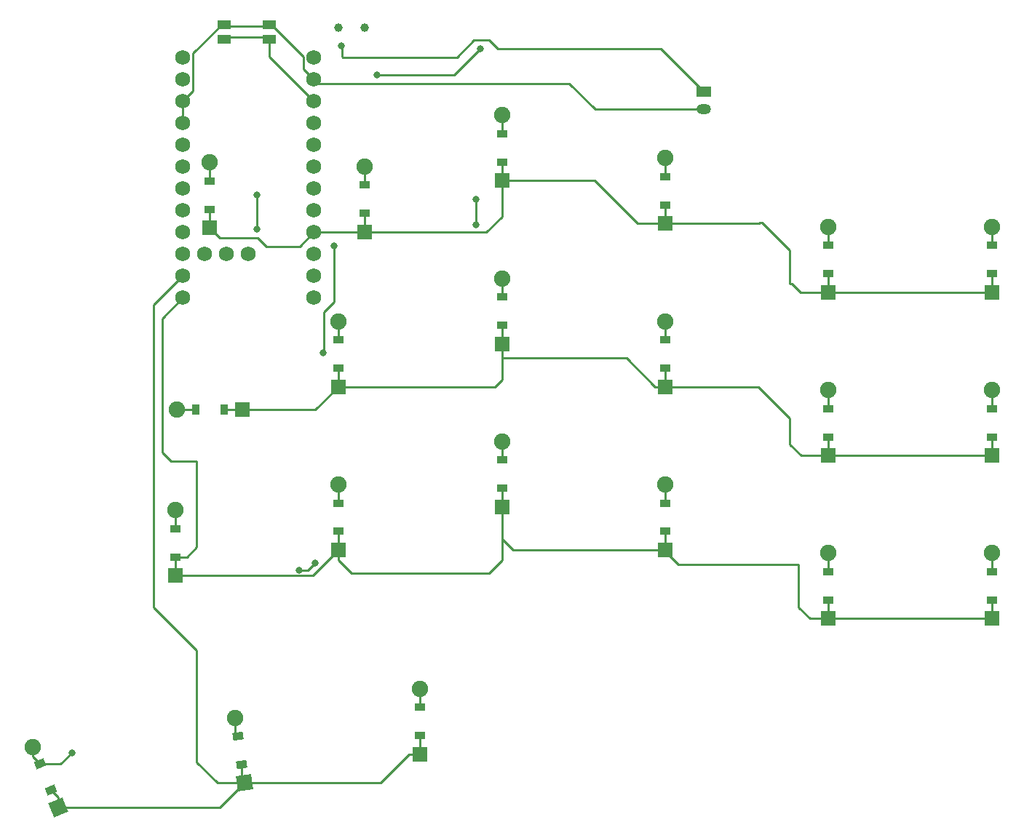
<source format=gbr>
%TF.GenerationSoftware,KiCad,Pcbnew,8.0.6*%
%TF.CreationDate,2024-12-23T22:30:19+01:00*%
%TF.ProjectId,right,72696768-742e-46b6-9963-61645f706362,v1.0.0*%
%TF.SameCoordinates,Original*%
%TF.FileFunction,Copper,L1,Top*%
%TF.FilePolarity,Positive*%
%FSLAX46Y46*%
G04 Gerber Fmt 4.6, Leading zero omitted, Abs format (unit mm)*
G04 Created by KiCad (PCBNEW 8.0.6) date 2024-12-23 22:30:19*
%MOMM*%
%LPD*%
G01*
G04 APERTURE LIST*
G04 Aperture macros list*
%AMRotRect*
0 Rectangle, with rotation*
0 The origin of the aperture is its center*
0 $1 length*
0 $2 width*
0 $3 Rotation angle, in degrees counterclockwise*
0 Add horizontal line*
21,1,$1,$2,0,0,$3*%
G04 Aperture macros list end*
%TA.AperFunction,ComponentPad*%
%ADD10C,1.752600*%
%TD*%
%TA.AperFunction,SMDPad,CuDef*%
%ADD11R,1.200000X0.900000*%
%TD*%
%TA.AperFunction,ComponentPad*%
%ADD12R,1.778000X1.778000*%
%TD*%
%TA.AperFunction,ComponentPad*%
%ADD13C,1.905000*%
%TD*%
%TA.AperFunction,SMDPad,CuDef*%
%ADD14RotRect,0.900000X1.200000X98.000000*%
%TD*%
%TA.AperFunction,ComponentPad*%
%ADD15RotRect,1.778000X1.778000X98.000000*%
%TD*%
%TA.AperFunction,SMDPad,CuDef*%
%ADD16RotRect,0.900000X1.200000X113.000000*%
%TD*%
%TA.AperFunction,ComponentPad*%
%ADD17RotRect,1.778000X1.778000X113.000000*%
%TD*%
%TA.AperFunction,SMDPad,CuDef*%
%ADD18R,0.900000X1.200000*%
%TD*%
%TA.AperFunction,ComponentPad*%
%ADD19R,1.700000X1.200000*%
%TD*%
%TA.AperFunction,ComponentPad*%
%ADD20O,1.700000X1.200000*%
%TD*%
%TA.AperFunction,SMDPad,CuDef*%
%ADD21R,1.550000X1.000000*%
%TD*%
%TA.AperFunction,WasherPad*%
%ADD22C,1.000000*%
%TD*%
%TA.AperFunction,ViaPad*%
%ADD23C,0.800000*%
%TD*%
%TA.AperFunction,Conductor*%
%ADD24C,0.250000*%
%TD*%
G04 APERTURE END LIST*
D10*
%TO.P,MCU1,1*%
%TO.N,P006*%
X195380000Y-103030000D03*
%TO.P,MCU1,2*%
%TO.N,P008*%
X195380000Y-105570000D03*
%TO.P,MCU1,3*%
%TO.N,GND*%
X195380000Y-108110000D03*
%TO.P,MCU1,4*%
X195380000Y-110650000D03*
%TO.P,MCU1,5*%
%TO.N,P017*%
X195380000Y-113190000D03*
%TO.P,MCU1,6*%
%TO.N,P020*%
X195380000Y-115730000D03*
%TO.P,MCU1,7*%
%TO.N,P022*%
X195380000Y-118270000D03*
%TO.P,MCU1,8*%
%TO.N,P024*%
X195380000Y-120810000D03*
%TO.P,MCU1,9*%
%TO.N,P100*%
X195380000Y-123350000D03*
%TO.P,MCU1,10*%
%TO.N,P011*%
X195380000Y-125890000D03*
%TO.P,MCU1,11*%
%TO.N,P104*%
X195380000Y-128430000D03*
%TO.P,MCU1,12*%
%TO.N,P106*%
X195380000Y-130970000D03*
%TO.P,MCU1,13*%
%TO.N,P009*%
X210620000Y-130970000D03*
%TO.P,MCU1,14*%
%TO.N,P010*%
X210620000Y-128430000D03*
%TO.P,MCU1,15*%
%TO.N,P111*%
X210620000Y-125890000D03*
%TO.P,MCU1,16*%
%TO.N,P113*%
X210620000Y-123350000D03*
%TO.P,MCU1,17*%
%TO.N,P115*%
X210620000Y-120810000D03*
%TO.P,MCU1,18*%
%TO.N,P002*%
X210620000Y-118270000D03*
%TO.P,MCU1,19*%
%TO.N,P029*%
X210620000Y-115730000D03*
%TO.P,MCU1,20*%
%TO.N,P031*%
X210620000Y-113190000D03*
%TO.P,MCU1,21*%
%TO.N,VCC*%
X210620000Y-110650000D03*
%TO.P,MCU1,22*%
%TO.N,RST*%
X210620000Y-108110000D03*
%TO.P,MCU1,23*%
%TO.N,GND*%
X210620000Y-105570000D03*
%TO.P,MCU1,24*%
%TO.N,RAW*%
X210620000Y-103030000D03*
%TO.P,MCU1,31*%
%TO.N,P101*%
X197920000Y-125890000D03*
%TO.P,MCU1,32*%
%TO.N,P102*%
X200460000Y-125890000D03*
%TO.P,MCU1,33*%
%TO.N,P107*%
X203000000Y-125890000D03*
%TD*%
D11*
%TO.P,D1,1*%
%TO.N,P106*%
X289500000Y-166150000D03*
%TO.P,D1,2*%
%TO.N,mirror_ColA_Row1*%
X289500000Y-162850000D03*
D12*
%TO.P,D1,1*%
%TO.N,P106*%
X289500000Y-168310000D03*
D13*
%TO.P,D1,2*%
%TO.N,mirror_ColA_Row1*%
X289500000Y-160690000D03*
%TD*%
D11*
%TO.P,D2,1*%
%TO.N,P111*%
X289500000Y-147150000D03*
%TO.P,D2,2*%
%TO.N,mirror_ColA_Row2*%
X289500000Y-143850000D03*
D12*
%TO.P,D2,1*%
%TO.N,P111*%
X289500000Y-149310000D03*
D13*
%TO.P,D2,2*%
%TO.N,mirror_ColA_Row2*%
X289500000Y-141690000D03*
%TD*%
D11*
%TO.P,D3,1*%
%TO.N,P113*%
X289500000Y-128150000D03*
%TO.P,D3,2*%
%TO.N,mirror_ColA_Row3*%
X289500000Y-124850000D03*
D12*
%TO.P,D3,1*%
%TO.N,P113*%
X289500000Y-130310000D03*
D13*
%TO.P,D3,2*%
%TO.N,mirror_ColA_Row3*%
X289500000Y-122690000D03*
%TD*%
D11*
%TO.P,D4,1*%
%TO.N,P106*%
X270500000Y-166150000D03*
%TO.P,D4,2*%
%TO.N,mirror_ColB_Row1*%
X270500000Y-162850000D03*
D12*
%TO.P,D4,1*%
%TO.N,P106*%
X270500000Y-168310000D03*
D13*
%TO.P,D4,2*%
%TO.N,mirror_ColB_Row1*%
X270500000Y-160690000D03*
%TD*%
D11*
%TO.P,D5,1*%
%TO.N,P111*%
X270500000Y-147150000D03*
%TO.P,D5,2*%
%TO.N,mirror_ColB_Row2*%
X270500000Y-143850000D03*
D12*
%TO.P,D5,1*%
%TO.N,P111*%
X270500000Y-149310000D03*
D13*
%TO.P,D5,2*%
%TO.N,mirror_ColB_Row2*%
X270500000Y-141690000D03*
%TD*%
D11*
%TO.P,D6,1*%
%TO.N,P113*%
X270500000Y-128150000D03*
%TO.P,D6,2*%
%TO.N,mirror_ColB_Row3*%
X270500000Y-124850000D03*
D12*
%TO.P,D6,1*%
%TO.N,P113*%
X270500000Y-130310000D03*
D13*
%TO.P,D6,2*%
%TO.N,mirror_ColB_Row3*%
X270500000Y-122690000D03*
%TD*%
D11*
%TO.P,D7,1*%
%TO.N,P106*%
X251500000Y-158150000D03*
%TO.P,D7,2*%
%TO.N,mirror_ColC_Row1*%
X251500000Y-154850000D03*
D12*
%TO.P,D7,1*%
%TO.N,P106*%
X251500000Y-160310000D03*
D13*
%TO.P,D7,2*%
%TO.N,mirror_ColC_Row1*%
X251500000Y-152690000D03*
%TD*%
D11*
%TO.P,D8,1*%
%TO.N,P111*%
X251500000Y-139150000D03*
%TO.P,D8,2*%
%TO.N,mirror_ColC_Row2*%
X251500000Y-135850000D03*
D12*
%TO.P,D8,1*%
%TO.N,P111*%
X251500000Y-141310000D03*
D13*
%TO.P,D8,2*%
%TO.N,mirror_ColC_Row2*%
X251500000Y-133690000D03*
%TD*%
D11*
%TO.P,D9,1*%
%TO.N,P113*%
X251500000Y-120150000D03*
%TO.P,D9,2*%
%TO.N,mirror_ColC_Row3*%
X251500000Y-116850000D03*
D12*
%TO.P,D9,1*%
%TO.N,P113*%
X251500000Y-122310000D03*
D13*
%TO.P,D9,2*%
%TO.N,mirror_ColC_Row3*%
X251500000Y-114690000D03*
%TD*%
D11*
%TO.P,D10,1*%
%TO.N,P106*%
X232500000Y-153150000D03*
%TO.P,D10,2*%
%TO.N,mirror_ColD_Row1*%
X232500000Y-149850000D03*
D12*
%TO.P,D10,1*%
%TO.N,P106*%
X232500000Y-155310000D03*
D13*
%TO.P,D10,2*%
%TO.N,mirror_ColD_Row1*%
X232500000Y-147690000D03*
%TD*%
D11*
%TO.P,D11,1*%
%TO.N,P111*%
X232500000Y-134150000D03*
%TO.P,D11,2*%
%TO.N,mirror_ColD_Row2*%
X232500000Y-130850000D03*
D12*
%TO.P,D11,1*%
%TO.N,P111*%
X232500000Y-136310000D03*
D13*
%TO.P,D11,2*%
%TO.N,mirror_ColD_Row2*%
X232500000Y-128690000D03*
%TD*%
D11*
%TO.P,D12,1*%
%TO.N,P113*%
X232500000Y-115150000D03*
%TO.P,D12,2*%
%TO.N,mirror_ColD_Row3*%
X232500000Y-111850000D03*
D12*
%TO.P,D12,1*%
%TO.N,P113*%
X232500000Y-117310000D03*
D13*
%TO.P,D12,2*%
%TO.N,mirror_ColD_Row3*%
X232500000Y-109690000D03*
%TD*%
D11*
%TO.P,D13,1*%
%TO.N,P106*%
X213500000Y-158150000D03*
%TO.P,D13,2*%
%TO.N,mirror_ColE_Row1*%
X213500000Y-154850000D03*
D12*
%TO.P,D13,1*%
%TO.N,P106*%
X213500000Y-160310000D03*
D13*
%TO.P,D13,2*%
%TO.N,mirror_ColE_Row1*%
X213500000Y-152690000D03*
%TD*%
D11*
%TO.P,D14,1*%
%TO.N,P106*%
X194500000Y-161150000D03*
%TO.P,D14,2*%
%TO.N,mirror_ColF_Row1*%
X194500000Y-157850000D03*
D12*
%TO.P,D14,1*%
%TO.N,P106*%
X194500000Y-163310000D03*
D13*
%TO.P,D14,2*%
%TO.N,mirror_ColF_Row1*%
X194500000Y-155690000D03*
%TD*%
D11*
%TO.P,D15,1*%
%TO.N,P104*%
X223000000Y-181900000D03*
%TO.P,D15,2*%
%TO.N,mirror_ColD_Row0*%
X223000000Y-178600000D03*
D12*
%TO.P,D15,1*%
%TO.N,P104*%
X223000000Y-184060000D03*
D13*
%TO.P,D15,2*%
%TO.N,mirror_ColD_Row0*%
X223000000Y-176440000D03*
%TD*%
D14*
%TO.P,D16,1*%
%TO.N,P104*%
X202236446Y-185282002D03*
%TO.P,D16,2*%
%TO.N,mirror_ColE_Row0*%
X201777174Y-182014118D03*
D15*
%TO.P,D16,1*%
%TO.N,P104*%
X202537060Y-187420981D03*
D13*
%TO.P,D16,2*%
%TO.N,mirror_ColE_Row0*%
X201476560Y-179875139D03*
%TD*%
D16*
%TO.P,D17,1*%
%TO.N,P104*%
X180038615Y-188270717D03*
%TO.P,D17,2*%
%TO.N,mirror_ColF_Row0*%
X178749203Y-185233051D03*
D17*
%TO.P,D17,1*%
%TO.N,P104*%
X180882595Y-190259007D03*
D13*
%TO.P,D17,2*%
%TO.N,mirror_ColF_Row0*%
X177905223Y-183244761D03*
%TD*%
D18*
%TO.P,D18,1*%
%TO.N,P111*%
X200150000Y-144000000D03*
%TO.P,D18,2*%
%TO.N,mirror_ColF_Row2*%
X196850000Y-144000000D03*
D12*
%TO.P,D18,1*%
%TO.N,P111*%
X202310000Y-144000000D03*
D13*
%TO.P,D18,2*%
%TO.N,mirror_ColF_Row2*%
X194690000Y-144000000D03*
%TD*%
D11*
%TO.P,D19,1*%
%TO.N,P113*%
X198500000Y-120650000D03*
%TO.P,D19,2*%
%TO.N,mirror_ColF_Row3*%
X198500000Y-117350000D03*
D12*
%TO.P,D19,1*%
%TO.N,P113*%
X198500000Y-122810000D03*
D13*
%TO.P,D19,2*%
%TO.N,mirror_ColF_Row3*%
X198500000Y-115190000D03*
%TD*%
D11*
%TO.P,D20,1*%
%TO.N,P113*%
X216500000Y-121150000D03*
%TO.P,D20,2*%
%TO.N,mirror_ColE_Row3*%
X216500000Y-117850000D03*
D12*
%TO.P,D20,1*%
%TO.N,P113*%
X216500000Y-123310000D03*
D13*
%TO.P,D20,2*%
%TO.N,mirror_ColE_Row3*%
X216500000Y-115690000D03*
%TD*%
D11*
%TO.P,D21,1*%
%TO.N,P111*%
X213500000Y-139150000D03*
%TO.P,D21,2*%
%TO.N,mirror_ColE_Row2*%
X213500000Y-135850000D03*
D12*
%TO.P,D21,1*%
%TO.N,P111*%
X213500000Y-141310000D03*
D13*
%TO.P,D21,2*%
%TO.N,mirror_ColE_Row2*%
X213500000Y-133690000D03*
%TD*%
D19*
%TO.P,JST1,1*%
%TO.N,pos*%
X256000000Y-107000000D03*
D20*
%TO.P,JST1,2*%
%TO.N,GND*%
X256000000Y-109000000D03*
%TD*%
D21*
%TO.P,B1,1*%
%TO.N,GND*%
X200175000Y-99150000D03*
X205425000Y-99150000D03*
%TO.P,B1,2*%
%TO.N,RST*%
X200175000Y-100850000D03*
X205425000Y-100850000D03*
%TD*%
D22*
%TO.P,T1,*%
%TO.N,*%
X216500000Y-99500000D03*
X213500000Y-99500000D03*
%TD*%
D23*
%TO.N,pos*%
X213800000Y-101600000D03*
%TO.N,mirror_ColF_Row0*%
X182500000Y-183900000D03*
%TO.N,P106*%
X210800000Y-161800000D03*
X208900000Y-162700000D03*
%TO.N,P111*%
X211700000Y-137400000D03*
X213000000Y-124900000D03*
%TO.N,P010*%
X229500000Y-122500000D03*
X229500000Y-119500000D03*
%TO.N,P009*%
X204000000Y-119000000D03*
X204000000Y-123000000D03*
%TO.N,P031*%
X218000000Y-105000000D03*
X229987347Y-101987347D03*
%TD*%
D24*
%TO.N,GND*%
X195380000Y-108110000D02*
X195380000Y-110650000D01*
%TO.N,mirror_ColF_Row3*%
X198500000Y-115190000D02*
X198500000Y-117350000D01*
%TO.N,mirror_ColF_Row2*%
X194690000Y-144000000D02*
X196850000Y-144000000D01*
%TO.N,pos*%
X213900000Y-101700000D02*
X213900000Y-102900000D01*
X214000000Y-103000000D02*
X227250000Y-103000000D01*
X227250000Y-103000000D02*
X229250000Y-101000000D01*
X213900000Y-102900000D02*
X214000000Y-103000000D01*
X213800000Y-101600000D02*
X213900000Y-101700000D01*
X229250000Y-101000000D02*
X231000000Y-101000000D01*
X231000000Y-101000000D02*
X232000000Y-102000000D01*
X251000000Y-102000000D02*
X256000000Y-107000000D01*
X232000000Y-102000000D02*
X251000000Y-102000000D01*
%TO.N,mirror_ColF_Row0*%
X177905223Y-183244761D02*
X177905223Y-184389071D01*
X177905223Y-184389071D02*
X178749203Y-185233051D01*
%TO.N,mirror_ColF_Row1*%
X194500000Y-157850000D02*
X194500000Y-155690000D01*
%TO.N,mirror_ColE_Row3*%
X216500000Y-115690000D02*
X216500000Y-117850000D01*
%TO.N,P113*%
X216500000Y-121150000D02*
X216500000Y-123310000D01*
%TO.N,mirror_ColE_Row2*%
X213500000Y-133690000D02*
X213500000Y-135850000D01*
%TO.N,mirror_ColE_Row1*%
X213500000Y-152690000D02*
X213500000Y-154850000D01*
%TO.N,mirror_ColE_Row0*%
X201476560Y-179875139D02*
X201476560Y-181713504D01*
X201476560Y-181713504D02*
X201777174Y-182014118D01*
%TO.N,mirror_ColD_Row0*%
X223000000Y-176440000D02*
X223000000Y-178600000D01*
%TO.N,P106*%
X232500000Y-153150000D02*
X232500000Y-155310000D01*
%TO.N,mirror_ColD_Row1*%
X232500000Y-149850000D02*
X232500000Y-147690000D01*
%TO.N,mirror_ColD_Row2*%
X232500000Y-128690000D02*
X232500000Y-130850000D01*
%TO.N,mirror_ColD_Row3*%
X232500000Y-109690000D02*
X232500000Y-111850000D01*
%TO.N,mirror_ColC_Row3*%
X251500000Y-114690000D02*
X251500000Y-116850000D01*
%TO.N,mirror_ColC_Row2*%
X251500000Y-135850000D02*
X251500000Y-133690000D01*
%TO.N,mirror_ColC_Row1*%
X251500000Y-152690000D02*
X251500000Y-154850000D01*
%TO.N,mirror_ColB_Row1*%
X270500000Y-162850000D02*
X270500000Y-160690000D01*
%TO.N,mirror_ColB_Row2*%
X270500000Y-141690000D02*
X270500000Y-143850000D01*
%TO.N,mirror_ColB_Row3*%
X270500000Y-124850000D02*
X270500000Y-122690000D01*
%TO.N,mirror_ColA_Row1*%
X289500000Y-160690000D02*
X289500000Y-162850000D01*
%TO.N,mirror_ColA_Row2*%
X289500000Y-141690000D02*
X289500000Y-143850000D01*
%TO.N,mirror_ColA_Row3*%
X289500000Y-122690000D02*
X289500000Y-124850000D01*
%TO.N,mirror_ColF_Row0*%
X181166949Y-185233051D02*
X182500000Y-183900000D01*
X178749203Y-185233051D02*
X181166949Y-185233051D01*
%TO.N,P106*%
X209900000Y-162700000D02*
X210800000Y-161800000D01*
X208900000Y-162700000D02*
X209900000Y-162700000D01*
%TO.N,P111*%
X211800000Y-137300000D02*
X211700000Y-137400000D01*
X211800000Y-132600000D02*
X211800000Y-137300000D01*
X213000000Y-124900000D02*
X213000000Y-131400000D01*
X213000000Y-131400000D02*
X211800000Y-132600000D01*
X213050000Y-139150000D02*
X213500000Y-139150000D01*
%TO.N,GND*%
X205425000Y-99150000D02*
X205700000Y-99150000D01*
X209418700Y-104368700D02*
X210620000Y-105570000D01*
X205700000Y-99150000D02*
X209418700Y-102868700D01*
X209418700Y-102868700D02*
X209418700Y-104368700D01*
%TO.N,RST*%
X205425000Y-100850000D02*
X205425000Y-102915000D01*
X205425000Y-102915000D02*
X210620000Y-108110000D01*
X200175000Y-100850000D02*
X200400000Y-100625000D01*
X200400000Y-100625000D02*
X205200000Y-100625000D01*
X205200000Y-100625000D02*
X205425000Y-100850000D01*
%TO.N,GND*%
X200175000Y-99150000D02*
X199900000Y-99150000D01*
X199900000Y-99150000D02*
X196581300Y-102468700D01*
X196581300Y-106908700D02*
X195380000Y-108110000D01*
X196581300Y-102468700D02*
X196581300Y-106908700D01*
X200175000Y-99150000D02*
X200400000Y-99375000D01*
X200400000Y-99375000D02*
X205200000Y-99375000D01*
X205200000Y-99375000D02*
X205425000Y-99150000D01*
%TO.N,P104*%
X180882595Y-190259007D02*
X180882595Y-189114697D01*
X180882595Y-189114697D02*
X180038615Y-188270717D01*
%TO.N,P010*%
X229500000Y-122500000D02*
X229500000Y-119500000D01*
%TO.N,P113*%
X289500000Y-130310000D02*
X289500000Y-128150000D01*
X270500000Y-130310000D02*
X289500000Y-130310000D01*
X270500000Y-130310000D02*
X270500000Y-128150000D01*
X266000000Y-125400000D02*
X266000000Y-129300000D01*
X262500000Y-122200000D02*
X262800000Y-122200000D01*
X262800000Y-122200000D02*
X266000000Y-125400000D01*
X251500000Y-122310000D02*
X262390000Y-122310000D01*
X262390000Y-122310000D02*
X262500000Y-122200000D01*
X266000000Y-129300000D02*
X266200000Y-129300000D01*
X266200000Y-129300000D02*
X267210000Y-130310000D01*
X267210000Y-130310000D02*
X270500000Y-130310000D01*
X216500000Y-123310000D02*
X210660000Y-123310000D01*
X210660000Y-123310000D02*
X210620000Y-123350000D01*
X198500000Y-122810000D02*
X199690000Y-124000000D01*
X199690000Y-124000000D02*
X204100000Y-124000000D01*
X204100000Y-124000000D02*
X205100000Y-125000000D01*
X205100000Y-125000000D02*
X208970000Y-125000000D01*
X208970000Y-125000000D02*
X210620000Y-123350000D01*
X198500000Y-120650000D02*
X198500000Y-122810000D01*
%TO.N,P009*%
X204000000Y-119000000D02*
X204000000Y-123000000D01*
%TO.N,P113*%
X232500000Y-117310000D02*
X243310000Y-117310000D01*
X243310000Y-117310000D02*
X248310000Y-122310000D01*
X248310000Y-122310000D02*
X251500000Y-122310000D01*
X251500000Y-120150000D02*
X251500000Y-122310000D01*
X216500000Y-123310000D02*
X230690000Y-123310000D01*
X230690000Y-123310000D02*
X232500000Y-121500000D01*
X232500000Y-121500000D02*
X232500000Y-117310000D01*
X232500000Y-117310000D02*
X232500000Y-115150000D01*
%TO.N,P111*%
X232500000Y-138000000D02*
X247000000Y-138000000D01*
X247000000Y-138000000D02*
X250310000Y-141310000D01*
X250310000Y-141310000D02*
X251500000Y-141310000D01*
X251500000Y-141310000D02*
X262310000Y-141310000D01*
X266000000Y-148000000D02*
X267310000Y-149310000D01*
X262310000Y-141310000D02*
X266000000Y-145000000D01*
X266000000Y-145000000D02*
X266000000Y-148000000D01*
X267310000Y-149310000D02*
X270500000Y-149310000D01*
X289500000Y-147150000D02*
X289500000Y-149310000D01*
X270500000Y-149310000D02*
X289500000Y-149310000D01*
X270500000Y-149310000D02*
X270500000Y-147150000D01*
X251500000Y-141310000D02*
X251500000Y-139150000D01*
X232500000Y-136310000D02*
X232500000Y-138000000D01*
X232500000Y-138000000D02*
X232500000Y-140500000D01*
X232500000Y-140500000D02*
X231690000Y-141310000D01*
X231690000Y-141310000D02*
X213500000Y-141310000D01*
X232500000Y-134150000D02*
X232500000Y-136310000D01*
X213500000Y-139150000D02*
X213500000Y-141310000D01*
X202310000Y-144000000D02*
X210810000Y-144000000D01*
X210810000Y-144000000D02*
X213500000Y-141310000D01*
X200150000Y-144000000D02*
X202310000Y-144000000D01*
%TO.N,P106*%
X289500000Y-168310000D02*
X289500000Y-166150000D01*
X270500000Y-168310000D02*
X289500000Y-168310000D01*
X251500000Y-160310000D02*
X251500000Y-160500000D01*
X267000000Y-167000000D02*
X268310000Y-168310000D01*
X251500000Y-160500000D02*
X253000000Y-162000000D01*
X268310000Y-168310000D02*
X270500000Y-168310000D01*
X253000000Y-162000000D02*
X267000000Y-162000000D01*
X267000000Y-162000000D02*
X267000000Y-167000000D01*
X270500000Y-168310000D02*
X270500000Y-166150000D01*
X270500000Y-168310000D02*
X270500000Y-167500000D01*
X251500000Y-158150000D02*
X251500000Y-160310000D01*
X251500000Y-160310000D02*
X233810000Y-160310000D01*
X233810000Y-160310000D02*
X232500000Y-159000000D01*
X232500000Y-155310000D02*
X232500000Y-159000000D01*
X232500000Y-159000000D02*
X232500000Y-161500000D01*
X232500000Y-161500000D02*
X231000000Y-163000000D01*
X215000000Y-163000000D02*
X213500000Y-161500000D01*
X213500000Y-161500000D02*
X213500000Y-160310000D01*
X231000000Y-163000000D02*
X215000000Y-163000000D01*
X213500000Y-158150000D02*
X213500000Y-160310000D01*
X194500000Y-163310000D02*
X210500000Y-163310000D01*
X210500000Y-163310000D02*
X213500000Y-160310000D01*
X194500000Y-161150000D02*
X194500000Y-163310000D01*
%TO.N,P104*%
X223000000Y-184060000D02*
X221722370Y-184060000D01*
X221722370Y-184060000D02*
X218361389Y-187420981D01*
X218361389Y-187420981D02*
X202537060Y-187420981D01*
X223000000Y-184060000D02*
X223000000Y-181900000D01*
X202236446Y-185282002D02*
X202236446Y-187120367D01*
X202236446Y-187120367D02*
X202537060Y-187420981D01*
%TO.N,GND*%
X256000000Y-109000000D02*
X243350131Y-109000000D01*
X243350131Y-109000000D02*
X240350131Y-106000000D01*
X240350131Y-106000000D02*
X211050000Y-106000000D01*
X211050000Y-106000000D02*
X210620000Y-105570000D01*
%TO.N,P106*%
X194000000Y-150000000D02*
X193000000Y-149000000D01*
X193000000Y-133350000D02*
X195380000Y-130970000D01*
X197000000Y-150000000D02*
X194000000Y-150000000D01*
X195850000Y-161150000D02*
X197000000Y-160000000D01*
X194500000Y-161150000D02*
X195850000Y-161150000D01*
X197000000Y-160000000D02*
X197000000Y-150000000D01*
X193000000Y-149000000D02*
X193000000Y-133350000D01*
%TO.N,P104*%
X202537060Y-187420981D02*
X199420981Y-187420981D01*
X199420981Y-187420981D02*
X197000000Y-185000000D01*
X197000000Y-185000000D02*
X197000000Y-172000000D01*
X197000000Y-172000000D02*
X192000000Y-167000000D01*
X192000000Y-167000000D02*
X192000000Y-131810000D01*
X192000000Y-131810000D02*
X195380000Y-128430000D01*
X180882595Y-190259007D02*
X199699034Y-190259007D01*
X199699034Y-190259007D02*
X202537060Y-187420981D01*
%TO.N,P031*%
X229987347Y-101987347D02*
X226974694Y-105000000D01*
X226974694Y-105000000D02*
X218000000Y-105000000D01*
%TD*%
M02*

</source>
